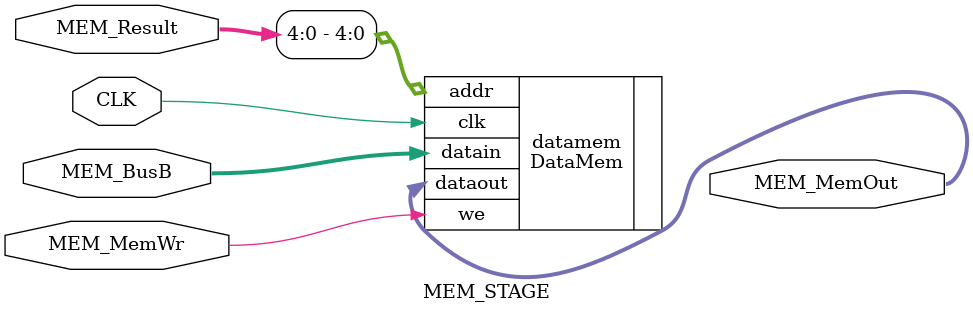
<source format=v>
`timescale 1ns / 1ps
module MEM_STAGE(
	MEM_MemWr,
	MEM_Result,
	MEM_BusB,
	CLK,
	MEM_MemOut
);
input MEM_MemWr, CLK;
input [31:0] MEM_Result, MEM_BusB;
output [31:0] MEM_MemOut;
DataMem datamem(
	.we(MEM_MemWr),
	.addr(MEM_Result[4:0]),
	.datain(MEM_BusB),
	.clk(CLK),
	.dataout(MEM_MemOut)
);
endmodule

</source>
